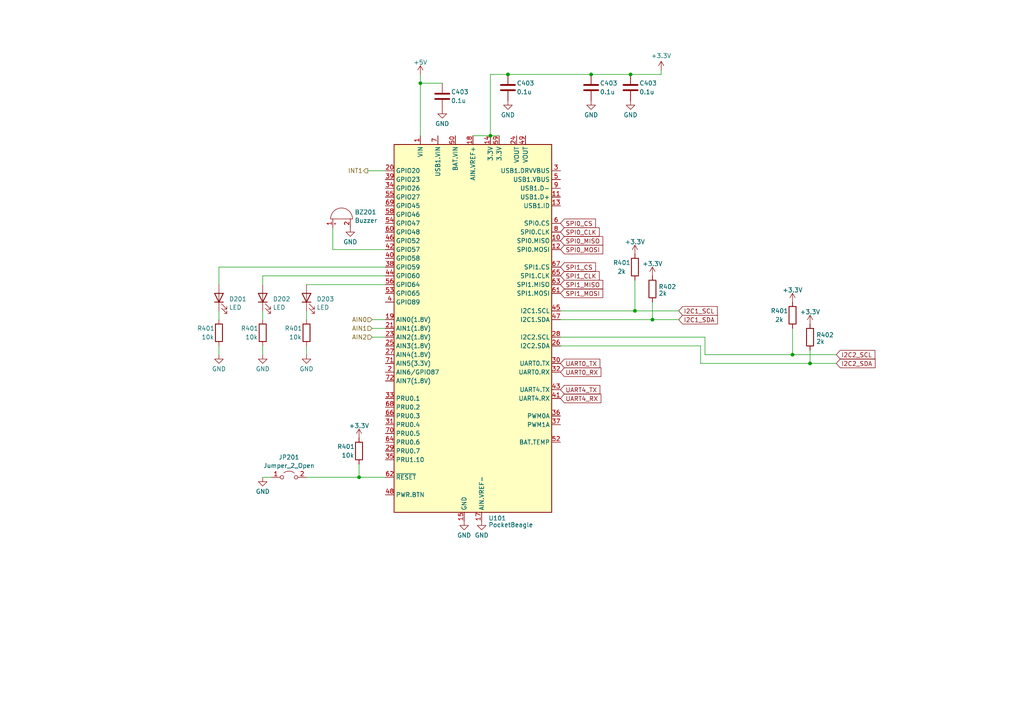
<source format=kicad_sch>
(kicad_sch (version 20230121) (generator eeschema)
  (paper "A4")
  (title_block (company "RADSAT-SK 2") (comment 1 "By: Atharva K."))
  (lib_symbols
    (symbol "Device:Buzzer" (pin_names (offset 0.0254) hide)
      (property "Reference" "BZ" (at 3.81 1.27 0))
      (property "Value" "Buzzer" (at 3.81 -1.27 0))
      (symbol "Buzzer_0_1"
        (arc (start 0 -3.175) (mid 3.1612 0) (end 0 3.175))
        (polyline (pts (xy -1.651 1.905) (xy -1.143 1.905)))
        (polyline (pts (xy -1.397 2.159) (xy -1.397 1.651)))
        (polyline (pts (xy 0 3.175) (xy 0 -3.175)))
      )
      (symbol "Buzzer_1_1"
        (pin passive line (at -2.54 2.54 0) (length 2.54) (name "-") (number "1"))
        (pin passive line (at -2.54 -2.54 0) (length 2.54) (name "+") (number "2"))
      )
    )
    (symbol "Device:C" (pin_numbers hide) (pin_names (offset 0.254))
      (property "Reference" "C" (at 0.635 2.54 0))
      (property "Value" "C" (at 0.635 -2.54 0))
      (symbol "C_0_1"
        (polyline (pts (xy -2.032 -0.762) (xy 2.032 -0.762)) (stroke (width 0.508)))
        (polyline (pts (xy -2.032 0.762) (xy 2.032 0.762)) (stroke (width 0.508)))
      )
      (symbol "C_1_1"
        (pin passive line (at 0 3.81 270) (length 2.794) (name "~") (number "1"))
        (pin passive line (at 0 -3.81 90) (length 2.794) (name "~") (number "2"))
      )
    )
    (symbol "Device:LED" (pin_numbers hide) (pin_names (offset 1.016) hide)
      (property "Reference" "D" (at 0 2.54 0))
      (property "Value" "LED" (at 0 -2.54 0))
      (symbol "LED_0_1"
        (polyline (pts (xy -1.27 -1.27) (xy -1.27 1.27)) (stroke (width 0.254)))
        (polyline (pts (xy -1.27 0) (xy 1.27 0)))
        (polyline (pts (xy 1.27 -1.27) (xy 1.27 1.27) (xy -1.27 0) (xy 1.27 -1.27)) (stroke (width 0.254)))
        (polyline (pts (xy -3.048 -0.762) (xy -4.572 -2.286) (xy -3.81 -2.286) (xy -4.572 -2.286) (xy -4.572 -1.524)))
        (polyline (pts (xy -1.778 -0.762) (xy -3.302 -2.286) (xy -2.54 -2.286) (xy -3.302 -2.286) (xy -3.302 -1.524)))
      )
      (symbol "LED_1_1"
        (pin passive line (at -3.81 0 0) (length 2.54) (name "K") (number "1"))
        (pin passive line (at 3.81 0 180) (length 2.54) (name "A") (number "2"))
      )
    )
    (symbol "Device:R" (pin_numbers hide) (pin_names (offset 0))
      (property "Reference" "R" (at 2.032 0 90))
      (property "Value" "R" (at 0 0 90))
      (symbol "R_0_1"
        (rectangle (start -1.016 -2.54) (end 1.016 2.54) (stroke (width 0.254)))
      )
      (symbol "R_1_1"
        (pin passive line (at 0 3.81 270) (length 1.27) (name "~") (number "1"))
        (pin passive line (at 0 -3.81 90) (length 1.27) (name "~") (number "2"))
      )
    )
    (symbol "Jumper:Jumper_2_Open" (pin_names (offset 0) hide)
      (property "Reference" "JP" (at 0 2.794 0))
      (property "Value" "Jumper_2_Open" (at 0 -2.286 0))
      (symbol "Jumper_2_Open_0_0"
        (circle (center -2.032 0) (radius 0.508))
        (circle (center 2.032 0) (radius 0.508))
      )
      (symbol "Jumper_2_Open_0_1"
        (arc (start 1.524 1.27) (mid 0 1.778) (end -1.524 1.27))
      )
      (symbol "Jumper_2_Open_1_1"
        (pin passive line (at -5.08 0 0) (length 2.54) (name "A") (number "1"))
        (pin passive line (at 5.08 0 180) (length 2.54) (name "B") (number "2"))
      )
    )
    (symbol "MCU_Module:PocketBeagle"
      (property "Reference" "U" (at -22.86 -54.61 0))
      (property "Value" "PocketBeagle" (at 22.86 -54.61 0))
      (symbol "PocketBeagle_0_1"
        (rectangle (start -22.86 53.34) (end 22.86 -53.34) (stroke (width 0.254)) (fill (type background)))
      )
      (symbol "PocketBeagle_1_1"
        (pin power_in line (at -15.24 55.88 270) (length 2.54) (name "VIN") (number "1"))
        (pin bidirectional line (at 25.4 25.4 180) (length 2.54) (name "SPI0.MISO") (number "10"))
        (pin bidirectional line (at 25.4 38.1 180) (length 2.54) (name "USB1.D+") (number "11"))
        (pin bidirectional line (at 25.4 22.86 180) (length 2.54) (name "SPI0.MOSI") (number "12"))
        (pin input line (at 25.4 35.56 180) (length 2.54) (name "USB1.ID") (number "13"))
        (pin power_out line (at 5.08 55.88 270) (length 2.54) (name "3.3V") (number "14"))
        (pin power_in line (at -2.54 -55.88 90) (length 2.54) (name "GND") (number "15"))
        (pin passive line (at -2.54 -55.88 90) (length 2.54) hide (name "GND") (number "16"))
        (pin power_in line (at 2.54 -55.88 90) (length 2.54) (name "AIN.VREF-") (number "17"))
        (pin power_in line (at 0 55.88 270) (length 2.54) (name "AIN.VREF+") (number "18"))
        (pin input line (at -25.4 2.54 0) (length 2.54) (name "AIN0(1.8V)") (number "19"))
        (pin bidirectional line (at -25.4 -12.7 0) (length 2.54) (name "AIN6/GPIO87") (number "2"))
        (pin bidirectional line (at -25.4 45.72 0) (length 2.54) (name "GPIO20") (number "20"))
        (pin input line (at -25.4 0 0) (length 2.54) (name "AIN1(1.8V)") (number "21"))
        (pin passive line (at -2.54 -55.88 90) (length 2.54) hide (name "GND") (number "22"))
        (pin input line (at -25.4 -2.54 0) (length 2.54) (name "AIN2(1.8V)") (number "23"))
        (pin power_out line (at 12.7 55.88 270) (length 2.54) (name "VOUT") (number "24"))
        (pin input line (at -25.4 -5.08 0) (length 2.54) (name "AIN3(1.8V)") (number "25"))
        (pin bidirectional line (at 25.4 -5.08 180) (length 2.54) (name "I2C2.SDA") (number "26"))
        (pin input line (at -25.4 -7.62 0) (length 2.54) (name "AIN4(1.8V)") (number "27"))
        (pin bidirectional line (at 25.4 -2.54 180) (length 2.54) (name "I2C2.SCL") (number "28"))
        (pin bidirectional line (at -25.4 -35.56 0) (length 2.54) (name "PRU0.7") (number "29"))
        (pin output line (at 25.4 45.72 180) (length 2.54) (name "USB1.DRVVBUS") (number "3"))
        (pin bidirectional line (at 25.4 -10.16 180) (length 2.54) (name "UART0.TX") (number "30"))
        (pin bidirectional line (at -25.4 -27.94 0) (length 2.54) (name "PRU0.4") (number "31"))
        (pin bidirectional line (at 25.4 -12.7 180) (length 2.54) (name "UART0.RX") (number "32"))
        (pin bidirectional line (at -25.4 -20.32 0) (length 2.54) (name "PRU0.1") (number "33"))
        (pin bidirectional line (at -25.4 40.64 0) (length 2.54) (name "GPIO26") (number "34"))
        (pin bidirectional line (at -25.4 -38.1 0) (length 2.54) (name "PRU1.10") (number "35"))
        (pin bidirectional line (at 25.4 -25.4 180) (length 2.54) (name "PWM0A") (number "36"))
        (pin bidirectional line (at 25.4 -27.94 180) (length 2.54) (name "PWM1A") (number "37"))
        (pin bidirectional line (at -25.4 17.78 0) (length 2.54) (name "GPIO59") (number "38"))
        (pin bidirectional line (at -25.4 43.18 0) (length 2.54) (name "GPIO23") (number "39"))
        (pin bidirectional line (at -25.4 7.62 0) (length 2.54) (name "GPIO89") (number "4"))
        (pin bidirectional line (at -25.4 20.32 0) (length 2.54) (name "GPIO58") (number "40"))
        (pin bidirectional line (at 25.4 -20.32 180) (length 2.54) (name "UART4.RX") (number "41"))
        (pin bidirectional line (at -25.4 22.86 0) (length 2.54) (name "GPIO57") (number "42"))
        (pin bidirectional line (at 25.4 -17.78 180) (length 2.54) (name "UART4.TX") (number "43"))
        (pin bidirectional line (at -25.4 15.24 0) (length 2.54) (name "GPIO60") (number "44"))
        (pin bidirectional line (at 25.4 5.08 180) (length 2.54) (name "I2C1.SCL") (number "45"))
        (pin bidirectional line (at -25.4 25.4 0) (length 2.54) (name "GPIO52") (number "46"))
        (pin bidirectional line (at 25.4 2.54 180) (length 2.54) (name "I2C1.SDA") (number "47"))
        (pin input line (at -25.4 -48.26 0) (length 2.54) (name "PWR.BTN") (number "48"))
        (pin power_out line (at 15.24 55.88 270) (length 2.54) (name "VOUT") (number "49"))
        (pin input line (at 25.4 43.18 180) (length 2.54) (name "USB1.VBUS") (number "5"))
        (pin power_in line (at -5.08 55.88 270) (length 2.54) (name "BAT.VIN") (number "50"))
        (pin passive line (at -2.54 -55.88 90) (length 2.54) hide (name "GND") (number "51"))
        (pin passive line (at 25.4 -33.02 180) (length 2.54) (name "BAT.TEMP") (number "52"))
        (pin bidirectional line (at -25.4 10.16 0) (length 2.54) (name "GPIO65") (number "53"))
        (pin bidirectional line (at -25.4 30.48 0) (length 2.54) (name "GPIO47") (number "54"))
        (pin bidirectional line (at -25.4 38.1 0) (length 2.54) (name "GPIO27") (number "55"))
        (pin bidirectional line (at -25.4 12.7 0) (length 2.54) (name "GPIO64") (number "56"))
        (pin passive line (at -2.54 -55.88 90) (length 2.54) hide (name "GND") (number "57"))
        (pin bidirectional line (at -25.4 33.02 0) (length 2.54) (name "GPIO46") (number "58"))
        (pin power_out line (at 7.62 55.88 270) (length 2.54) (name "3.3V") (number "59"))
        (pin bidirectional line (at 25.4 30.48 180) (length 2.54) (name "SPI0.CS") (number "6"))
        (pin bidirectional line (at -25.4 27.94 0) (length 2.54) (name "GPIO48") (number "60"))
        (pin bidirectional line (at 25.4 10.16 180) (length 2.54) (name "SPI1.MOSI") (number "61"))
        (pin input line (at -25.4 -43.18 0) (length 2.54) (name "~{RESET}") (number "62"))
        (pin bidirectional line (at 25.4 12.7 180) (length 2.54) (name "SPI1.MISO") (number "63"))
        (pin bidirectional line (at -25.4 -33.02 0) (length 2.54) (name "PRU0.6") (number "64"))
        (pin bidirectional line (at 25.4 15.24 180) (length 2.54) (name "SPI1.CLK") (number "65"))
        (pin bidirectional line (at -25.4 -25.4 0) (length 2.54) (name "PRU0.3") (number "66"))
        (pin bidirectional line (at 25.4 17.78 180) (length 2.54) (name "SPI1.CS") (number "67"))
        (pin bidirectional line (at -25.4 -22.86 0) (length 2.54) (name "PRU0.2") (number "68"))
        (pin bidirectional line (at -25.4 35.56 0) (length 2.54) (name "GPIO45") (number "69"))
        (pin power_in line (at -10.16 55.88 270) (length 2.54) (name "USB1.VIN") (number "7"))
        (pin bidirectional line (at -25.4 -30.48 0) (length 2.54) (name "PRU0.5") (number "70"))
        (pin input line (at -25.4 -10.16 0) (length 2.54) (name "AIN5(3.3V)") (number "71"))
        (pin input line (at -25.4 -15.24 0) (length 2.54) (name "AIN7(1.8V)") (number "72"))
        (pin bidirectional line (at 25.4 27.94 180) (length 2.54) (name "SPI0.CLK") (number "8"))
        (pin bidirectional line (at 25.4 40.64 180) (length 2.54) (name "USB1.D-") (number "9"))
      )
    )
    (symbol "power:+3.3V" (power) (pin_names (offset 0))
      (property "Value" "+3.3V" (at 0 3.556 0))
      (symbol "+3.3V_0_1"
        (polyline (pts (xy -0.762 1.27) (xy 0 2.54)))
        (polyline (pts (xy 0 0) (xy 0 2.54)))
        (polyline (pts (xy 0 2.54) (xy 0.762 1.27)))
      )
      (symbol "+3.3V_1_1"
        (pin power_in line (at 0 0 90) (length 0) hide (name "+3.3V") (number "1"))
      )
    )
    (symbol "power:+5V" (power) (pin_names (offset 0))
      (property "Value" "+5V" (at 0 3.556 0))
      (symbol "+5V_0_1"
        (polyline (pts (xy -0.762 1.27) (xy 0 2.54)))
        (polyline (pts (xy 0 0) (xy 0 2.54)))
        (polyline (pts (xy 0 2.54) (xy 0.762 1.27)))
      )
      (symbol "+5V_1_1"
        (pin power_in line (at 0 0 90) (length 0) hide (name "+5V") (number "1"))
      )
    )
    (symbol "power:GND" (power) (pin_names (offset 0))
      (property "Value" "GND" (at 0 -3.81 0))
      (symbol "GND_0_1"
        (polyline (pts (xy 0 0) (xy 0 -1.27) (xy 1.27 -1.27) (xy 0 -2.54) (xy -1.27 -1.27) (xy 0 -1.27)))
      )
      (symbol "GND_1_1"
        (pin power_in line (at 0 0 270) (length 0) hide (name "GND") (number "1"))
      )
    )
  )
  (junction (at 104.14 138.43))
  (junction (at 171.45 21.59))
  (junction (at 147.32 21.59))
  (junction (at 229.87 102.87))
  (junction (at 234.95 105.41))
  (junction (at 182.88 21.59))
  (junction (at 121.92 24.13))
  (junction (at 142.24 39.37))
  (junction (at 184.15 90.17))
  (junction (at 189.23 92.71))
  (wire (pts (xy 184.15 81.28) (xy 184.15 90.17)))
  (wire (pts (xy 234.95 105.41) (xy 203.2 105.41)))
  (wire (pts (xy 184.15 90.17) (xy 162.56 90.17)))
  (wire (pts (xy 107.95 95.25) (xy 111.76 95.25)))
  (wire (pts (xy 203.2 100.33) (xy 162.56 100.33)))
  (wire (pts (xy 229.87 95.25) (xy 229.87 102.87)))
  (wire (pts (xy 96.52 72.39) (xy 96.52 66.04)))
  (wire (pts (xy 121.92 24.13) (xy 121.92 21.59)))
  (wire (pts (xy 191.77 20.32) (xy 191.77 21.59)))
  (wire (pts (xy 196.85 92.71) (xy 189.23 92.71)))
  (wire (pts (xy 88.9 138.43) (xy 104.14 138.43)))
  (wire (pts (xy 76.2 100.33) (xy 76.2 102.87)))
  (wire (pts (xy 137.16 39.37) (xy 142.24 39.37)))
  (wire (pts (xy 162.56 92.71) (xy 189.23 92.71)))
  (wire (pts (xy 63.5 90.17) (xy 63.5 92.71)))
  (wire (pts (xy 142.24 39.37) (xy 144.78 39.37)))
  (wire (pts (xy 189.23 87.63) (xy 189.23 92.71)))
  (wire (pts (xy 242.57 105.41) (xy 234.95 105.41)))
  (wire (pts (xy 88.9 90.17) (xy 88.9 92.71)))
  (wire (pts (xy 242.57 102.87) (xy 229.87 102.87)))
  (wire (pts (xy 104.14 138.43) (xy 111.76 138.43)))
  (wire (pts (xy 106.68 49.53) (xy 111.76 49.53)))
  (wire (pts (xy 76.2 138.43) (xy 78.74 138.43)))
  (wire (pts (xy 121.92 39.37) (xy 121.92 24.13)))
  (wire (pts (xy 142.24 39.37) (xy 142.24 21.59)))
  (wire (pts (xy 88.9 100.33) (xy 88.9 102.87)))
  (wire (pts (xy 88.9 82.55) (xy 111.76 82.55)))
  (wire (pts (xy 182.88 21.59) (xy 191.77 21.59)))
  (wire (pts (xy 63.5 77.47) (xy 63.5 82.55)))
  (wire (pts (xy 111.76 77.47) (xy 63.5 77.47)))
  (wire (pts (xy 107.95 97.79) (xy 111.76 97.79)))
  (wire (pts (xy 142.24 21.59) (xy 147.32 21.59)))
  (wire (pts (xy 63.5 100.33) (xy 63.5 102.87)))
  (wire (pts (xy 229.87 102.87) (xy 204.47 102.87)))
  (wire (pts (xy 182.88 21.59) (xy 171.45 21.59)))
  (wire (pts (xy 196.85 90.17) (xy 184.15 90.17)))
  (wire (pts (xy 111.76 80.01) (xy 76.2 80.01)))
  (wire (pts (xy 76.2 80.01) (xy 76.2 82.55)))
  (wire (pts (xy 121.92 24.13) (xy 128.27 24.13)))
  (wire (pts (xy 234.95 101.6) (xy 234.95 105.41)))
  (wire (pts (xy 107.95 92.71) (xy 111.76 92.71)))
  (wire (pts (xy 204.47 97.79) (xy 162.56 97.79)))
  (wire (pts (xy 204.47 102.87) (xy 204.47 97.79)))
  (wire (pts (xy 147.32 21.59) (xy 171.45 21.59)))
  (wire (pts (xy 76.2 90.17) (xy 76.2 92.71)))
  (wire (pts (xy 104.14 134.62) (xy 104.14 138.43)))
  (wire (pts (xy 203.2 105.41) (xy 203.2 100.33)))
  (wire (pts (xy 111.76 72.39) (xy 96.52 72.39)))
  (global_label "I2C1_SCL" (shape input) (at 196.85 90.17 0) (property "Intersheetrefs" "${INTERSHEET_REFS}" (effects hide)))
  (global_label "SPI1_MOSI" (shape input) (at 162.56 85.09 0) (property "Intersheetrefs" "${INTERSHEET_REFS}" (effects hide)))
  (global_label "SPI1_CS" (shape input) (at 162.56 77.47 0) (property "Intersheetrefs" "${INTERSHEET_REFS}" (effects hide)))
  (global_label "SPI0_CS" (shape input) (at 162.56 64.77 0) (property "Intersheetrefs" "${INTERSHEET_REFS}" (effects hide)))
  (global_label "SPI1_CLK" (shape input) (at 162.56 80.01 0) (property "Intersheetrefs" "${INTERSHEET_REFS}" (effects hide)))
  (global_label "SPI0_CLK" (shape input) (at 162.56 67.31 0) (property "Intersheetrefs" "${INTERSHEET_REFS}" (effects hide)))
  (global_label "UART0_TX" (shape input) (at 162.56 105.41 0) (property "Intersheetrefs" "${INTERSHEET_REFS}" (effects hide)))
  (global_label "UART4_TX" (shape input) (at 162.56 113.03 0) (property "Intersheetrefs" "${INTERSHEET_REFS}" (effects hide)))
  (global_label "UART4_RX" (shape input) (at 162.56 115.57 0) (property "Intersheetrefs" "${INTERSHEET_REFS}" (effects hide)))
  (global_label "I2C2_SCL" (shape input) (at 242.57 102.87 0) (property "Intersheetrefs" "${INTERSHEET_REFS}" (effects hide)))
  (global_label "I2C2_SDA" (shape input) (at 242.57 105.41 0) (property "Intersheetrefs" "${INTERSHEET_REFS}" (effects hide)))
  (global_label "UART0_RX" (shape input) (at 162.56 107.95 0) (property "Intersheetrefs" "${INTERSHEET_REFS}" (effects hide)))
  (global_label "SPI0_MISO" (shape input) (at 162.56 69.85 0) (property "Intersheetrefs" "${INTERSHEET_REFS}" (effects hide)))
  (global_label "SPI1_MISO" (shape input) (at 162.56 82.55 0) (property "Intersheetrefs" "${INTERSHEET_REFS}" (effects hide)))
  (global_label "I2C1_SDA" (shape input) (at 196.85 92.71 0) (property "Intersheetrefs" "${INTERSHEET_REFS}" (effects hide)))
  (global_label "SPI0_MOSI" (shape input) (at 162.56 72.39 0) (property "Intersheetrefs" "${INTERSHEET_REFS}" (effects hide)))
  (hierarchical_label "AIN2" (shape input) (at 107.95 97.79 180))
  (hierarchical_label "AIN0" (shape input) (at 107.95 92.71 180))
  (hierarchical_label "AIN1" (shape input) (at 107.95 95.25 180))
  (hierarchical_label "INT1" (shape output) (at 106.68 49.53 180))
  (symbol (lib_id "power:GND") (at 182.88 29.21 0) (unit 1)
    (property "Reference" "#PWR0217" (effects hide))
    (property "Value" "GND" (at 182.88 33.3431 0))
  )
  (symbol (lib_id "power:GND") (at 171.45 29.21 0) (unit 1)
    (property "Reference" "#PWR0208" (effects hide))
    (property "Value" "GND" (at 171.45 33.3431 0))
  )
  (symbol (lib_id "Device:C") (at 128.27 27.94 0) (unit 1)
    (property "Reference" "C403" (at 130.81 26.67 0) (effects (justify left)))
    (property "Value" "0.1u" (at 130.81 29.21 0) (effects (justify left)))
    (property "Footprint" "Capacitor_SMD:C_0603_1608Metric" (effects hide))
    (instances (project "electrical-power-system" (path "" (reference "C403") (unit 1))) (project "obc-hardware" (path "" (reference "C201") (unit 1))) (project "PDB" (path "" (reference "C18") (unit 1))))
  )
  (symbol (lib_id "Device:R") (at 63.5 96.52 0) (unit 1)
    (property "Reference" "R401" (at 57.15 95.25 0) (effects (justify left)))
    (property "Value" "10k" (at 58.42 97.79 0) (effects (justify left)))
    (property "Footprint" "Resistor_SMD:R_0603_1608Metric_Pad0.98x0.95mm_HandSolder" (effects hide))
    (instances (project "electrical-power-system" (path "" (reference "R401") (unit 1))) (project "obc-hardware" (path "" (reference "R206") (unit 1))))
  )
  (symbol (lib_id "power:GND") (at 76.2 102.87 0) (unit 1)
    (property "Reference" "#PWR0214" (effects hide))
    (property "Value" "GND" (at 76.2 107.0031 0))
  )
  (symbol (lib_id "Device:R") (at 189.23 83.82 0) (unit 1)
    (property "Reference" "R402" (at 191.008 83.1763 0) (effects (justify left)))
    (property "Value" "2k" (at 191.008 85.0973 0) (effects (justify left)))
    (property "Footprint" "Resistor_SMD:R_0603_1608Metric_Pad0.98x0.95mm_HandSolder" (effects hide))
    (instances (project "electrical-power-system" (path "" (reference "R402") (unit 1))) (project "obc-hardware" (path "" (reference "R202") (unit 1))))
  )
  (symbol (lib_id "power:+3.3V") (at 234.95 93.98 0) (unit 1)
    (property "Reference" "#PWR0119" (effects hide))
    (property "Value" "+3.3V" (at 234.95 90.4781 0))
    (instances (project "electrical-power-system" (path "" (reference "#PWR0119") (unit 1))) (project "obc-hardware" (path "" (reference "#PWR0102") (unit 1)) (path "" (reference "#PWR0302") (unit 1)) (path "" (reference "#PWR0204") (unit 1))))
  )
  (symbol (lib_id "power:GND") (at 128.27 31.75 0) (unit 1)
    (property "Reference" "#PWR0209" (effects hide))
    (property "Value" "GND" (at 128.27 35.8831 0))
  )
  (symbol (lib_id "Device:LED") (at 76.2 86.36 90) (unit 1)
    (property "Reference" "D202" (at 79.121 86.7354 90) (effects (justify right)))
    (property "Value" "LED" (at 79.121 89.1596 90) (effects (justify right)))
    (property "Footprint" "LED_SMD:LED_0603_1608Metric_Pad1.05x0.95mm_HandSolder" (effects hide))
  )
  (symbol (lib_id "Jumper:Jumper_2_Open") (at 83.82 138.43 0) (unit 1)
    (property "Reference" "JP201" (at 83.82 132.6347 0))
    (property "Value" "Jumper_2_Open" (at 83.82 135.0589 0))
    (property "Footprint" "Jumper:SolderJumper-2_P1.3mm_Open_RoundedPad1.0x1.5mm" (effects hide))
  )
  (symbol (lib_id "power:GND") (at 76.2 138.43 0) (unit 1)
    (property "Reference" "#PWR0210" (effects hide))
    (property "Value" "GND" (at 76.2 142.5631 0))
  )
  (symbol (lib_id "power:+3.3V") (at 191.77 20.32 0) (unit 1)
    (property "Reference" "#PWR0205" (effects hide))
    (property "Value" "+3.3V" (at 191.77 16.1869 0))
  )
  (symbol (lib_id "Device:LED") (at 63.5 86.36 90) (unit 1)
    (property "Reference" "D201" (at 66.421 86.7354 90) (effects (justify right)))
    (property "Value" "LED" (at 66.421 89.1596 90) (effects (justify right)))
    (property "Footprint" "LED_SMD:LED_0603_1608Metric_Pad1.05x0.95mm_HandSolder" (effects hide))
  )
  (symbol (lib_id "MCU_Module:PocketBeagle") (at 137.16 95.25 0) (unit 1)
    (property "Reference" "U101" (at 141.6559 150.3125 0) (effects (justify left)))
    (property "Value" "PocketBeagle" (at 141.6559 152.2335 0) (effects (justify left)))
    (property "Footprint" "Module:BeagleBoard_PocketBeagle" (effects hide))
    (property "Datasheet" "https://github.com/beagleboard/pocketbeagle/wiki/System-Reference-Manual" (effects hide))
    (instances (project "obc-hardware" (path "" (reference "U101") (unit 1)) (path "" (reference "U201") (unit 1))))
  )
  (symbol (lib_id "Device:R") (at 104.14 130.81 0) (unit 1)
    (property "Reference" "R401" (at 97.79 129.54 0) (effects (justify left)))
    (property "Value" "10k" (at 99.06 132.08 0) (effects (justify left)))
    (property "Footprint" "Resistor_SMD:R_0603_1608Metric_Pad0.98x0.95mm_HandSolder" (effects hide))
    (instances (project "electrical-power-system" (path "" (reference "R401") (unit 1))) (project "obc-hardware" (path "" (reference "R205") (unit 1))))
  )
  (symbol (lib_id "power:GND") (at 101.6 66.04 0) (unit 1)
    (property "Reference" "#PWR0216" (effects hide))
    (property "Value" "GND" (at 101.6 70.1731 0))
  )
  (symbol (lib_id "Device:R") (at 76.2 96.52 0) (unit 1)
    (property "Reference" "R401" (at 69.85 95.25 0) (effects (justify left)))
    (property "Value" "10k" (at 71.12 97.79 0) (effects (justify left)))
    (property "Footprint" "Resistor_SMD:R_0603_1608Metric_Pad0.98x0.95mm_HandSolder" (effects hide))
    (instances (project "electrical-power-system" (path "" (reference "R401") (unit 1))) (project "obc-hardware" (path "" (reference "R207") (unit 1))))
  )
  (symbol (lib_id "Device:C") (at 182.88 25.4 0) (unit 1)
    (property "Reference" "C403" (at 185.42 24.13 0) (effects (justify left)))
    (property "Value" "0.1u" (at 185.42 26.67 0) (effects (justify left)))
    (property "Footprint" "Capacitor_SMD:C_0603_1608Metric" (effects hide))
    (instances (project "electrical-power-system" (path "" (reference "C403") (unit 1))) (project "obc-hardware" (path "" (reference "C204") (unit 1))) (project "PDB" (path "" (reference "C18") (unit 1))))
  )
  (symbol (lib_id "Device:R") (at 234.95 97.79 0) (unit 1)
    (property "Reference" "R402" (at 236.728 97.1463 0) (effects (justify left)))
    (property "Value" "2k" (at 236.728 99.0673 0) (effects (justify left)))
    (property "Footprint" "Resistor_SMD:R_0603_1608Metric_Pad0.98x0.95mm_HandSolder" (effects hide))
    (instances (project "electrical-power-system" (path "" (reference "R402") (unit 1))) (project "obc-hardware" (path "" (reference "R204") (unit 1))))
  )
  (symbol (lib_id "power:+3.3V") (at 189.23 80.01 0) (unit 1)
    (property "Reference" "#PWR0119" (effects hide))
    (property "Value" "+3.3V" (at 189.23 76.5081 0))
    (instances (project "electrical-power-system" (path "" (reference "#PWR0119") (unit 1))) (project "obc-hardware" (path "" (reference "#PWR0102") (unit 1)) (path "" (reference "#PWR0302") (unit 1)) (path "" (reference "#PWR0202") (unit 1))))
  )
  (symbol (lib_id "Device:Buzzer") (at 99.06 63.5 90) (unit 1)
    (property "Reference" "BZ201" (at 102.87 61.5328 90) (effects (justify right)))
    (property "Value" "Buzzer" (at 102.87 63.957 90) (effects (justify right)))
    (property "Footprint" "Buzzer_Beeper:Buzzer_12x9.5RM7.6" (effects hide))
  )
  (symbol (lib_id "Device:R") (at 184.15 77.47 0) (unit 1)
    (property "Reference" "R401" (at 177.8 76.2 0) (effects (justify left)))
    (property "Value" "2k" (at 179.07 78.74 0) (effects (justify left)))
    (property "Footprint" "Resistor_SMD:R_0603_1608Metric_Pad0.98x0.95mm_HandSolder" (effects hide))
    (instances (project "electrical-power-system" (path "" (reference "R401") (unit 1))) (project "obc-hardware" (path "" (reference "R201") (unit 1))))
  )
  (symbol (lib_id "Device:C") (at 171.45 25.4 0) (unit 1)
    (property "Reference" "C403" (at 173.99 24.13 0) (effects (justify left)))
    (property "Value" "0.1u" (at 173.99 26.67 0) (effects (justify left)))
    (property "Footprint" "Capacitor_SMD:C_0603_1608Metric" (effects hide))
    (instances (project "electrical-power-system" (path "" (reference "C403") (unit 1))) (project "obc-hardware" (path "" (reference "C202") (unit 1))) (project "PDB" (path "" (reference "C18") (unit 1))))
  )
  (symbol (lib_id "power:GND") (at 147.32 29.21 0) (unit 1)
    (property "Reference" "#PWR0212" (effects hide))
    (property "Value" "GND" (at 147.32 33.3431 0))
  )
  (symbol (lib_id "power:GND") (at 134.62 151.13 0) (unit 1)
    (property "Reference" "#PWR0206" (effects hide))
    (property "Value" "GND" (at 134.62 155.2631 0))
  )
  (symbol (lib_id "power:+3.3V") (at 104.14 127 0) (unit 1)
    (property "Reference" "#PWR0119" (effects hide))
    (property "Value" "+3.3V" (at 104.14 123.4981 0))
    (instances (project "electrical-power-system" (path "" (reference "#PWR0119") (unit 1))) (project "obc-hardware" (path "" (reference "#PWR0102") (unit 1)) (path "" (reference "#PWR0302") (unit 1)) (path "" (reference "#PWR0211") (unit 1))))
  )
  (symbol (lib_id "power:GND") (at 63.5 102.87 0) (unit 1)
    (property "Reference" "#PWR0213" (effects hide))
    (property "Value" "GND" (at 63.5 107.0031 0))
  )
  (symbol (lib_id "Device:R") (at 88.9 96.52 0) (unit 1)
    (property "Reference" "R401" (at 82.55 95.25 0) (effects (justify left)))
    (property "Value" "10k" (at 83.82 97.79 0) (effects (justify left)))
    (property "Footprint" "Resistor_SMD:R_0603_1608Metric_Pad0.98x0.95mm_HandSolder" (effects hide))
    (instances (project "electrical-power-system" (path "" (reference "R401") (unit 1))) (project "obc-hardware" (path "" (reference "R208") (unit 1))))
  )
  (symbol (lib_id "power:+5V") (at 121.92 21.59 0) (unit 1)
    (property "Reference" "#PWR0118" (effects hide))
    (property "Value" "+5V" (at 121.92 18.0881 0))
    (instances (project "electrical-power-system" (path "" (reference "#PWR0118") (unit 1))) (project "obc-hardware" (path "" (reference "#PWR0111") (unit 1)) (path "" (reference "#PWR0311") (unit 1)) (path "" (reference "#PWR0218") (unit 1))))
  )
  (symbol (lib_id "power:GND") (at 139.7 151.13 0) (unit 1)
    (property "Reference" "#PWR0207" (effects hide))
    (property "Value" "GND" (at 139.7 155.2631 0))
  )
  (symbol (lib_id "Device:R") (at 229.87 91.44 0) (unit 1)
    (property "Reference" "R401" (at 223.52 90.17 0) (effects (justify left)))
    (property "Value" "2k" (at 224.79 92.71 0) (effects (justify left)))
    (property "Footprint" "Resistor_SMD:R_0603_1608Metric_Pad0.98x0.95mm_HandSolder" (effects hide))
    (instances (project "electrical-power-system" (path "" (reference "R401") (unit 1))) (project "obc-hardware" (path "" (reference "R203") (unit 1))))
  )
  (symbol (lib_id "power:+3.3V") (at 184.15 73.66 0) (unit 1)
    (property "Reference" "#PWR0119" (effects hide))
    (property "Value" "+3.3V" (at 184.15 70.1581 0))
    (instances (project "electrical-power-system" (path "" (reference "#PWR0119") (unit 1))) (project "obc-hardware" (path "" (reference "#PWR0102") (unit 1)) (path "" (reference "#PWR0302") (unit 1)) (path "" (reference "#PWR0201") (unit 1))))
  )
  (symbol (lib_id "power:+3.3V") (at 229.87 87.63 0) (unit 1)
    (property "Reference" "#PWR0119" (effects hide))
    (property "Value" "+3.3V" (at 229.87 84.1281 0))
    (instances (project "electrical-power-system" (path "" (reference "#PWR0119") (unit 1))) (project "obc-hardware" (path "" (reference "#PWR0102") (unit 1)) (path "" (reference "#PWR0302") (unit 1)) (path "" (reference "#PWR0203") (unit 1))))
  )
  (symbol (lib_id "power:GND") (at 88.9 102.87 0) (unit 1)
    (property "Reference" "#PWR0215" (effects hide))
    (property "Value" "GND" (at 88.9 107.0031 0))
  )
  (symbol (lib_id "Device:LED") (at 88.9 86.36 90) (unit 1)
    (property "Reference" "D203" (at 91.821 86.7354 90) (effects (justify right)))
    (property "Value" "LED" (at 91.821 89.1596 90) (effects (justify right)))
    (property "Footprint" "LED_SMD:LED_0603_1608Metric_Pad1.05x0.95mm_HandSolder" (effects hide))
  )
  (symbol (lib_id "Device:C") (at 147.32 25.4 0) (unit 1)
    (property "Reference" "C403" (at 149.86 24.13 0) (effects (justify left)))
    (property "Value" "0.1u" (at 149.86 26.67 0) (effects (justify left)))
    (property "Footprint" "Capacitor_SMD:C_0603_1608Metric" (effects hide))
    (instances (project "electrical-power-system" (path "" (reference "C403") (unit 1))) (project "obc-hardware" (path "" (reference "C203") (unit 1))) (project "PDB" (path "" (reference "C18") (unit 1))))
  )
)
</source>
